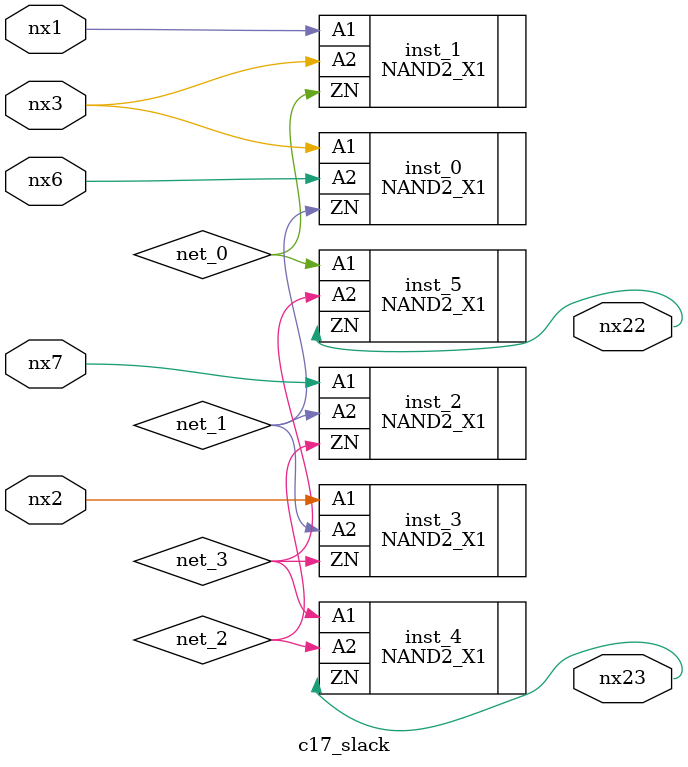
<source format=v>

module c17_slack (
nx1,
nx7,
nx3,
nx2,
nx6,
nx23,
nx22);

// Start PIs
input nx1;
input nx7;
input nx3;
input nx2;
input nx6;

// Start POs
output nx23;
output nx22;

// Start wires
wire net_1;
wire nx23;
wire nx1;
wire nx7;
wire nx3;
wire net_2;
wire nx22;
wire nx6;
wire net_0;
wire net_3;
wire nx2;

// Start cells
NAND2_X1 inst_5 ( .A2(net_3), .A1(net_0), .ZN(nx22) );
NAND2_X1 inst_2 ( .ZN(net_2), .A2(net_1), .A1(nx7) );
NAND2_X1 inst_1 ( .ZN(net_0), .A2(nx3), .A1(nx1) );
NAND2_X1 inst_4 ( .A1(net_3), .A2(net_2), .ZN(nx23) );
NAND2_X1 inst_3 ( .ZN(net_3), .A2(net_1), .A1(nx2) );
NAND2_X1 inst_0 ( .ZN(net_1), .A2(nx6), .A1(nx3) );

endmodule

</source>
